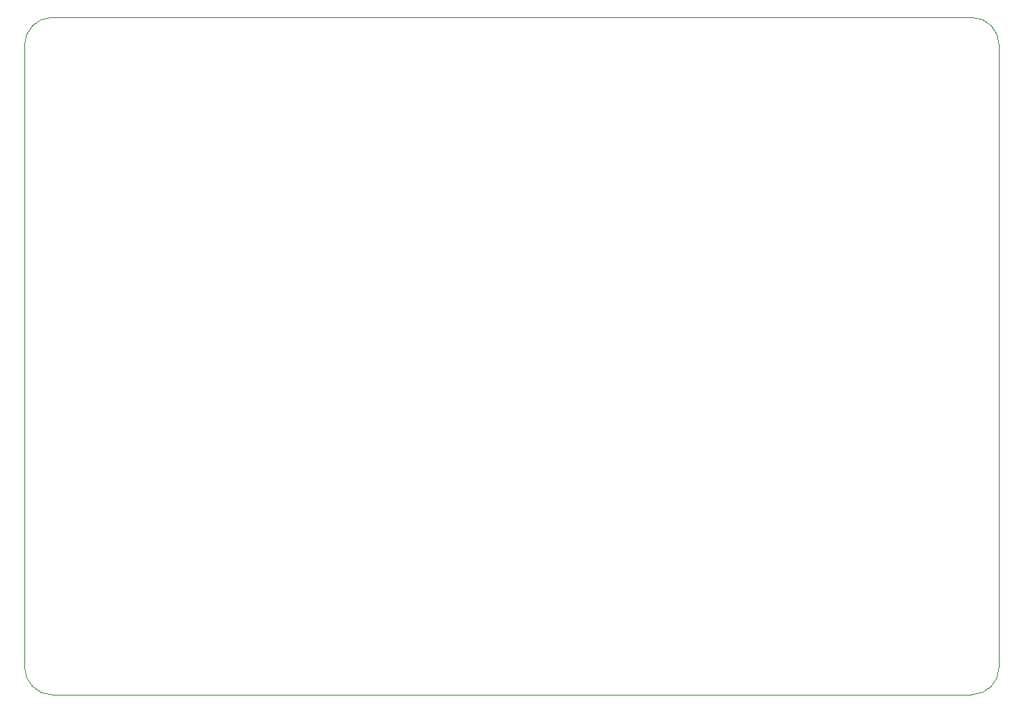
<source format=gbr>
%TF.GenerationSoftware,KiCad,Pcbnew,9.0.5*%
%TF.CreationDate,2025-10-28T22:46:26-07:00*%
%TF.ProjectId,LED_resistance,4c45445f-7265-4736-9973-74616e63652e,rev?*%
%TF.SameCoordinates,Original*%
%TF.FileFunction,Profile,NP*%
%FSLAX46Y46*%
G04 Gerber Fmt 4.6, Leading zero omitted, Abs format (unit mm)*
G04 Created by KiCad (PCBNEW 9.0.5) date 2025-10-28 22:46:26*
%MOMM*%
%LPD*%
G01*
G04 APERTURE LIST*
%TA.AperFunction,Profile*%
%ADD10C,0.050000*%
%TD*%
G04 APERTURE END LIST*
D10*
X105616000Y-130048000D02*
G75*
G02*
X102616000Y-127048000I0J3000000D01*
G01*
X207772000Y-127048000D02*
G75*
G02*
X204772000Y-130048000I-3000000J0D01*
G01*
X102616000Y-59896000D02*
G75*
G02*
X105616000Y-56896000I3000000J0D01*
G01*
X204772000Y-56896000D02*
G75*
G02*
X207772000Y-59896000I0J-3000000D01*
G01*
X102616000Y-127048000D02*
X102616000Y-59896000D01*
X204772000Y-130048000D02*
X105616000Y-130048000D01*
X207772000Y-59896000D02*
X207772000Y-127048000D01*
X105616000Y-56896000D02*
X204772000Y-56896000D01*
M02*

</source>
